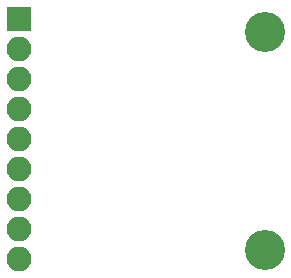
<source format=gbs>
G04 #@! TF.GenerationSoftware,KiCad,Pcbnew,5.0.0-rc1-44a33f2~62~ubuntu16.04.1*
G04 #@! TF.CreationDate,2018-04-05T21:06:55+03:00*
G04 #@! TF.ProjectId,accel-breakout,616363656C2D627265616B6F75742E6B,rev?*
G04 #@! TF.SameCoordinates,Original*
G04 #@! TF.FileFunction,Soldermask,Bot*
G04 #@! TF.FilePolarity,Negative*
%FSLAX46Y46*%
G04 Gerber Fmt 4.6, Leading zero omitted, Abs format (unit mm)*
G04 Created by KiCad (PCBNEW 5.0.0-rc1-44a33f2~62~ubuntu16.04.1) date Thu Apr  5 21:06:55 2018*
%MOMM*%
%LPD*%
G01*
G04 APERTURE LIST*
%ADD10R,2.100000X2.100000*%
%ADD11O,2.100000X2.100000*%
%ADD12C,3.400000*%
G04 APERTURE END LIST*
D10*
X129282619Y-80757500D03*
D11*
X129282619Y-83297500D03*
X129282619Y-85837500D03*
X129282619Y-88377500D03*
X129282619Y-90917500D03*
X129282619Y-93457500D03*
X129282619Y-95997500D03*
X129282619Y-98537500D03*
X129282619Y-101077500D03*
D12*
X150050000Y-100350000D03*
X150050000Y-81850000D03*
M02*

</source>
